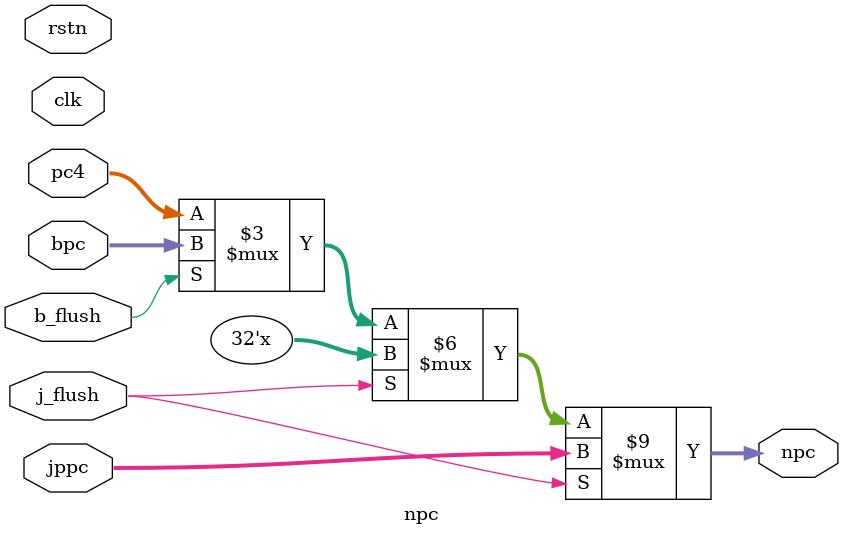
<source format=v>


module npc (
    input         clk,
    input         rstn,
    input  [31:0] pc4,
    input  [31:0] bpc,
    input  [31:0] jppc,
    input         j_flush,
    input         b_flush,
    output [31:0] npc
);
    reg  [31:0] npc;
   always @(*) begin
        if(j_flush)
            npc = jppc;
        else if (b_flush)
            npc = bpc;
        else 
            npc = pc4;
   end
    
endmodule
</source>
